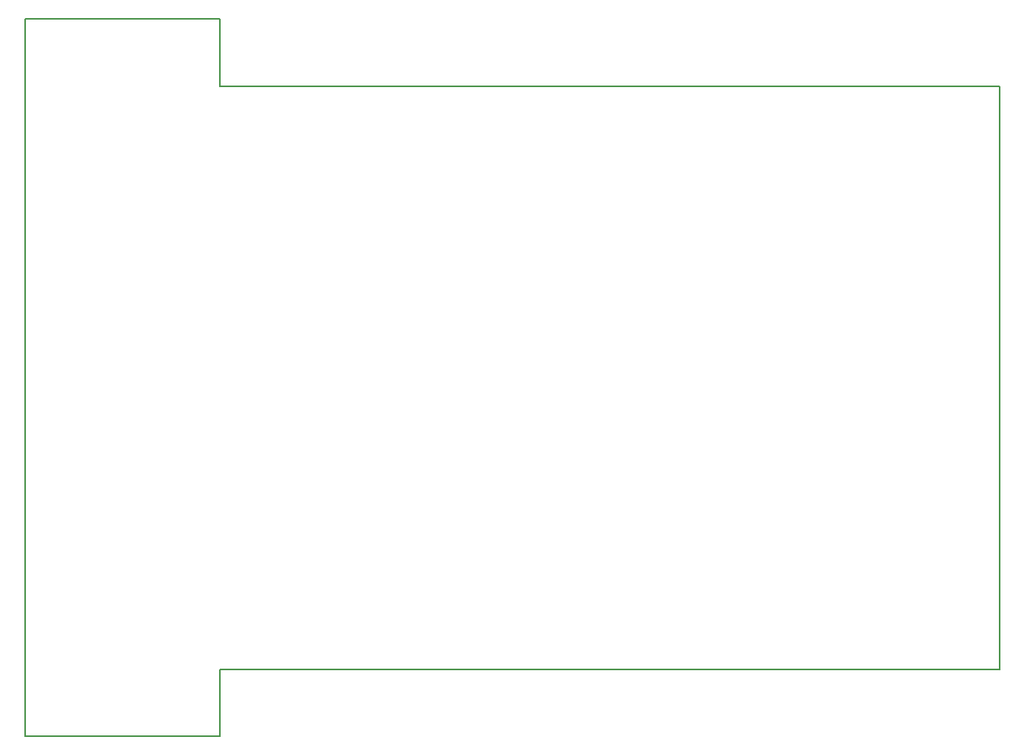
<source format=gbr>
G04 #@! TF.GenerationSoftware,KiCad,Pcbnew,7.0.8*
G04 #@! TF.CreationDate,2024-03-21T14:37:43-03:00*
G04 #@! TF.ProjectId,Demo PPI NB V2,44656d6f-2050-4504-9920-4e422056322e,rev?*
G04 #@! TF.SameCoordinates,PX25ab8e0PY6dc4960*
G04 #@! TF.FileFunction,Other,User*
%FSLAX46Y46*%
G04 Gerber Fmt 4.6, Leading zero omitted, Abs format (unit mm)*
G04 Created by KiCad (PCBNEW 7.0.8) date 2024-03-21 14:37:43*
%MOMM*%
%LPD*%
G01*
G04 APERTURE LIST*
%ADD10C,0.150000*%
G04 APERTURE END LIST*
D10*
X0Y0D02*
X0Y77400000D01*
X21000000Y77400000D02*
X21000000Y70100000D01*
X105050000Y70100000D02*
X105050000Y7250000D01*
X21000000Y7250000D02*
X105050000Y7250000D01*
X21000000Y70100000D02*
X105050000Y70100000D01*
X21000000Y0D02*
X0Y0D01*
X21000000Y0D02*
X21000000Y7250000D01*
X0Y77400000D02*
X21000000Y77400000D01*
M02*

</source>
